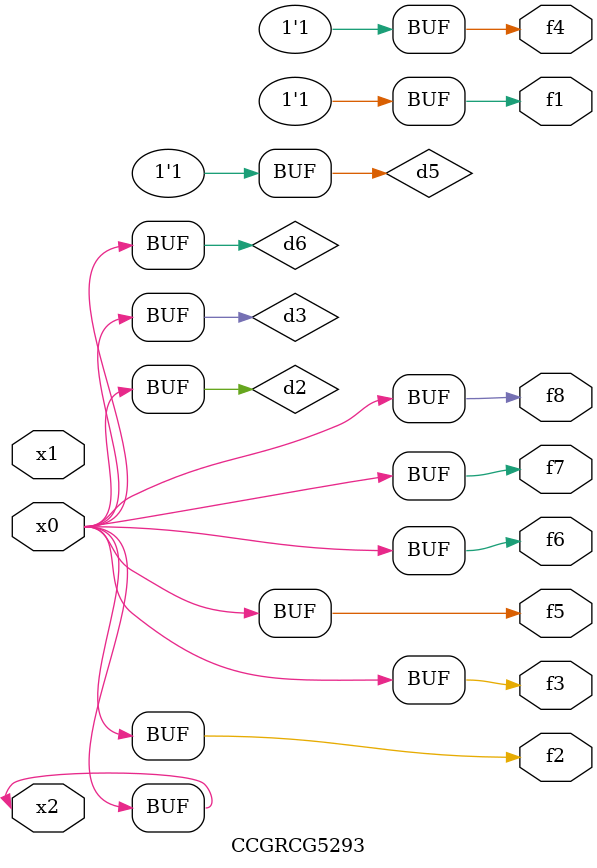
<source format=v>
module CCGRCG5293(
	input x0, x1, x2,
	output f1, f2, f3, f4, f5, f6, f7, f8
);

	wire d1, d2, d3, d4, d5, d6;

	xnor (d1, x2);
	buf (d2, x0, x2);
	and (d3, x0);
	xnor (d4, x1, x2);
	nand (d5, d1, d3);
	buf (d6, d2, d3);
	assign f1 = d5;
	assign f2 = d6;
	assign f3 = d6;
	assign f4 = d5;
	assign f5 = d6;
	assign f6 = d6;
	assign f7 = d6;
	assign f8 = d6;
endmodule

</source>
